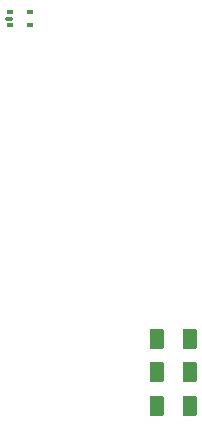
<source format=gbr>
%TF.GenerationSoftware,KiCad,Pcbnew,9.0.0*%
%TF.CreationDate,2025-05-15T12:13:46+12:00*%
%TF.ProjectId,,58585858-5858-4585-9858-585858585858,rev?*%
%TF.SameCoordinates,Original*%
%TF.FileFunction,Paste,Bot*%
%TF.FilePolarity,Positive*%
%FSLAX46Y46*%
G04 Gerber Fmt 4.6, Leading zero omitted, Abs format (unit mm)*
G04 Created by KiCad (PCBNEW 9.0.0) date 2025-05-15 12:13:46*
%MOMM*%
%LPD*%
G01*
G04 APERTURE LIST*
G04 Aperture macros list*
%AMRoundRect*
0 Rectangle with rounded corners*
0 $1 Rounding radius*
0 $2 $3 $4 $5 $6 $7 $8 $9 X,Y pos of 4 corners*
0 Add a 4 corners polygon primitive as box body*
4,1,4,$2,$3,$4,$5,$6,$7,$8,$9,$2,$3,0*
0 Add four circle primitives for the rounded corners*
1,1,$1+$1,$2,$3*
1,1,$1+$1,$4,$5*
1,1,$1+$1,$6,$7*
1,1,$1+$1,$8,$9*
0 Add four rect primitives between the rounded corners*
20,1,$1+$1,$2,$3,$4,$5,0*
20,1,$1+$1,$4,$5,$6,$7,0*
20,1,$1+$1,$6,$7,$8,$9,0*
20,1,$1+$1,$8,$9,$2,$3,0*%
G04 Aperture macros list end*
%ADD10RoundRect,0.250000X-0.375000X-0.625000X0.375000X-0.625000X0.375000X0.625000X-0.375000X0.625000X0*%
%ADD11RoundRect,0.095000X-0.155000X-0.095000X0.155000X-0.095000X0.155000X0.095000X-0.155000X0.095000X0*%
%ADD12RoundRect,0.075000X-0.250000X-0.075000X0.250000X-0.075000X0.250000X0.075000X-0.250000X0.075000X0*%
G04 APERTURE END LIST*
D10*
%TO.C,D5*%
X180921320Y-88521320D03*
X183721320Y-88521320D03*
%TD*%
%TO.C,D7*%
X180921320Y-94121320D03*
X183721320Y-94121320D03*
%TD*%
%TO.C,D6*%
X180921320Y-91321320D03*
X183721320Y-91321320D03*
%TD*%
D11*
%TO.C,D1*%
X168421320Y-61921320D03*
D12*
X168341320Y-61381320D03*
D11*
X168421320Y-60841320D03*
X170121320Y-60841320D03*
X170121320Y-61921320D03*
%TD*%
M02*

</source>
